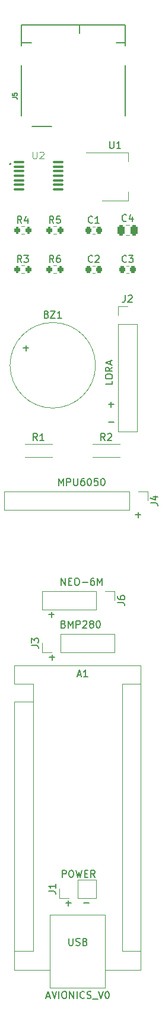
<source format=gto>
G04 #@! TF.GenerationSoftware,KiCad,Pcbnew,7.0.10-7.0.10~ubuntu22.04.1*
G04 #@! TF.CreationDate,2024-01-30T11:00:35+01:00*
G04 #@! TF.ProjectId,rocketry_circuit,726f636b-6574-4727-995f-636972637569,rev?*
G04 #@! TF.SameCoordinates,Original*
G04 #@! TF.FileFunction,Legend,Top*
G04 #@! TF.FilePolarity,Positive*
%FSLAX46Y46*%
G04 Gerber Fmt 4.6, Leading zero omitted, Abs format (unit mm)*
G04 Created by KiCad (PCBNEW 7.0.10-7.0.10~ubuntu22.04.1) date 2024-01-30 11:00:35*
%MOMM*%
%LPD*%
G01*
G04 APERTURE LIST*
G04 Aperture macros list*
%AMRoundRect*
0 Rectangle with rounded corners*
0 $1 Rounding radius*
0 $2 $3 $4 $5 $6 $7 $8 $9 X,Y pos of 4 corners*
0 Add a 4 corners polygon primitive as box body*
4,1,4,$2,$3,$4,$5,$6,$7,$8,$9,$2,$3,0*
0 Add four circle primitives for the rounded corners*
1,1,$1+$1,$2,$3*
1,1,$1+$1,$4,$5*
1,1,$1+$1,$6,$7*
1,1,$1+$1,$8,$9*
0 Add four rect primitives between the rounded corners*
20,1,$1+$1,$2,$3,$4,$5,0*
20,1,$1+$1,$4,$5,$6,$7,0*
20,1,$1+$1,$6,$7,$8,$9,0*
20,1,$1+$1,$8,$9,$2,$3,0*%
G04 Aperture macros list end*
%ADD10C,0.150000*%
%ADD11C,0.100000*%
%ADD12C,0.120000*%
%ADD13C,0.200000*%
%ADD14C,3.200000*%
%ADD15R,1.700000X1.700000*%
%ADD16O,1.700000X1.700000*%
%ADD17RoundRect,0.200000X-0.200000X-0.275000X0.200000X-0.275000X0.200000X0.275000X-0.200000X0.275000X0*%
%ADD18R,2.000000X1.500000*%
%ADD19R,2.000000X3.800000*%
%ADD20C,1.400000*%
%ADD21O,1.400000X1.400000*%
%ADD22RoundRect,0.250000X-0.250000X-0.475000X0.250000X-0.475000X0.250000X0.475000X-0.250000X0.475000X0*%
%ADD23RoundRect,0.075000X-0.700000X-0.075000X0.700000X-0.075000X0.700000X0.075000X-0.700000X0.075000X0*%
%ADD24RoundRect,0.225000X-0.225000X-0.250000X0.225000X-0.250000X0.225000X0.250000X-0.225000X0.250000X0*%
%ADD25C,0.900000*%
%ADD26R,0.700000X1.600000*%
%ADD27R,1.200000X2.200000*%
%ADD28R,1.600000X1.400000*%
%ADD29R,1.200000X1.400000*%
%ADD30R,2.000000X2.000000*%
%ADD31C,2.000000*%
%ADD32R,1.600000X1.600000*%
%ADD33O,1.600000X1.600000*%
G04 APERTURE END LIST*
D10*
X21962779Y-97411819D02*
X21962779Y-96411819D01*
X21962779Y-96411819D02*
X22534207Y-97411819D01*
X22534207Y-97411819D02*
X22534207Y-96411819D01*
X23010398Y-96888009D02*
X23343731Y-96888009D01*
X23486588Y-97411819D02*
X23010398Y-97411819D01*
X23010398Y-97411819D02*
X23010398Y-96411819D01*
X23010398Y-96411819D02*
X23486588Y-96411819D01*
X24105636Y-96411819D02*
X24296112Y-96411819D01*
X24296112Y-96411819D02*
X24391350Y-96459438D01*
X24391350Y-96459438D02*
X24486588Y-96554676D01*
X24486588Y-96554676D02*
X24534207Y-96745152D01*
X24534207Y-96745152D02*
X24534207Y-97078485D01*
X24534207Y-97078485D02*
X24486588Y-97268961D01*
X24486588Y-97268961D02*
X24391350Y-97364200D01*
X24391350Y-97364200D02*
X24296112Y-97411819D01*
X24296112Y-97411819D02*
X24105636Y-97411819D01*
X24105636Y-97411819D02*
X24010398Y-97364200D01*
X24010398Y-97364200D02*
X23915160Y-97268961D01*
X23915160Y-97268961D02*
X23867541Y-97078485D01*
X23867541Y-97078485D02*
X23867541Y-96745152D01*
X23867541Y-96745152D02*
X23915160Y-96554676D01*
X23915160Y-96554676D02*
X24010398Y-96459438D01*
X24010398Y-96459438D02*
X24105636Y-96411819D01*
X24962779Y-97030866D02*
X25724684Y-97030866D01*
X26629445Y-96411819D02*
X26438969Y-96411819D01*
X26438969Y-96411819D02*
X26343731Y-96459438D01*
X26343731Y-96459438D02*
X26296112Y-96507057D01*
X26296112Y-96507057D02*
X26200874Y-96649914D01*
X26200874Y-96649914D02*
X26153255Y-96840390D01*
X26153255Y-96840390D02*
X26153255Y-97221342D01*
X26153255Y-97221342D02*
X26200874Y-97316580D01*
X26200874Y-97316580D02*
X26248493Y-97364200D01*
X26248493Y-97364200D02*
X26343731Y-97411819D01*
X26343731Y-97411819D02*
X26534207Y-97411819D01*
X26534207Y-97411819D02*
X26629445Y-97364200D01*
X26629445Y-97364200D02*
X26677064Y-97316580D01*
X26677064Y-97316580D02*
X26724683Y-97221342D01*
X26724683Y-97221342D02*
X26724683Y-96983247D01*
X26724683Y-96983247D02*
X26677064Y-96888009D01*
X26677064Y-96888009D02*
X26629445Y-96840390D01*
X26629445Y-96840390D02*
X26534207Y-96792771D01*
X26534207Y-96792771D02*
X26343731Y-96792771D01*
X26343731Y-96792771D02*
X26248493Y-96840390D01*
X26248493Y-96840390D02*
X26200874Y-96888009D01*
X26200874Y-96888009D02*
X26153255Y-96983247D01*
X27153255Y-97411819D02*
X27153255Y-96411819D01*
X27153255Y-96411819D02*
X27486588Y-97126104D01*
X27486588Y-97126104D02*
X27819921Y-96411819D01*
X27819921Y-96411819D02*
X27819921Y-97411819D01*
X20256779Y-107698866D02*
X21018684Y-107698866D01*
X20637731Y-108079819D02*
X20637731Y-107317914D01*
X22616779Y-142759066D02*
X23378684Y-142759066D01*
X22997731Y-143140019D02*
X22997731Y-142378114D01*
X19879160Y-156074104D02*
X20355350Y-156074104D01*
X19783922Y-156359819D02*
X20117255Y-155359819D01*
X20117255Y-155359819D02*
X20450588Y-156359819D01*
X20641065Y-155359819D02*
X20974398Y-156359819D01*
X20974398Y-156359819D02*
X21307731Y-155359819D01*
X21641065Y-156359819D02*
X21641065Y-155359819D01*
X22307731Y-155359819D02*
X22498207Y-155359819D01*
X22498207Y-155359819D02*
X22593445Y-155407438D01*
X22593445Y-155407438D02*
X22688683Y-155502676D01*
X22688683Y-155502676D02*
X22736302Y-155693152D01*
X22736302Y-155693152D02*
X22736302Y-156026485D01*
X22736302Y-156026485D02*
X22688683Y-156216961D01*
X22688683Y-156216961D02*
X22593445Y-156312200D01*
X22593445Y-156312200D02*
X22498207Y-156359819D01*
X22498207Y-156359819D02*
X22307731Y-156359819D01*
X22307731Y-156359819D02*
X22212493Y-156312200D01*
X22212493Y-156312200D02*
X22117255Y-156216961D01*
X22117255Y-156216961D02*
X22069636Y-156026485D01*
X22069636Y-156026485D02*
X22069636Y-155693152D01*
X22069636Y-155693152D02*
X22117255Y-155502676D01*
X22117255Y-155502676D02*
X22212493Y-155407438D01*
X22212493Y-155407438D02*
X22307731Y-155359819D01*
X23164874Y-156359819D02*
X23164874Y-155359819D01*
X23164874Y-155359819D02*
X23736302Y-156359819D01*
X23736302Y-156359819D02*
X23736302Y-155359819D01*
X24212493Y-156359819D02*
X24212493Y-155359819D01*
X25260111Y-156264580D02*
X25212492Y-156312200D01*
X25212492Y-156312200D02*
X25069635Y-156359819D01*
X25069635Y-156359819D02*
X24974397Y-156359819D01*
X24974397Y-156359819D02*
X24831540Y-156312200D01*
X24831540Y-156312200D02*
X24736302Y-156216961D01*
X24736302Y-156216961D02*
X24688683Y-156121723D01*
X24688683Y-156121723D02*
X24641064Y-155931247D01*
X24641064Y-155931247D02*
X24641064Y-155788390D01*
X24641064Y-155788390D02*
X24688683Y-155597914D01*
X24688683Y-155597914D02*
X24736302Y-155502676D01*
X24736302Y-155502676D02*
X24831540Y-155407438D01*
X24831540Y-155407438D02*
X24974397Y-155359819D01*
X24974397Y-155359819D02*
X25069635Y-155359819D01*
X25069635Y-155359819D02*
X25212492Y-155407438D01*
X25212492Y-155407438D02*
X25260111Y-155455057D01*
X25641064Y-156312200D02*
X25783921Y-156359819D01*
X25783921Y-156359819D02*
X26022016Y-156359819D01*
X26022016Y-156359819D02*
X26117254Y-156312200D01*
X26117254Y-156312200D02*
X26164873Y-156264580D01*
X26164873Y-156264580D02*
X26212492Y-156169342D01*
X26212492Y-156169342D02*
X26212492Y-156074104D01*
X26212492Y-156074104D02*
X26164873Y-155978866D01*
X26164873Y-155978866D02*
X26117254Y-155931247D01*
X26117254Y-155931247D02*
X26022016Y-155883628D01*
X26022016Y-155883628D02*
X25831540Y-155836009D01*
X25831540Y-155836009D02*
X25736302Y-155788390D01*
X25736302Y-155788390D02*
X25688683Y-155740771D01*
X25688683Y-155740771D02*
X25641064Y-155645533D01*
X25641064Y-155645533D02*
X25641064Y-155550295D01*
X25641064Y-155550295D02*
X25688683Y-155455057D01*
X25688683Y-155455057D02*
X25736302Y-155407438D01*
X25736302Y-155407438D02*
X25831540Y-155359819D01*
X25831540Y-155359819D02*
X26069635Y-155359819D01*
X26069635Y-155359819D02*
X26212492Y-155407438D01*
X26402969Y-156455057D02*
X27164873Y-156455057D01*
X27260112Y-155359819D02*
X27593445Y-156359819D01*
X27593445Y-156359819D02*
X27926778Y-155359819D01*
X28450588Y-155359819D02*
X28545826Y-155359819D01*
X28545826Y-155359819D02*
X28641064Y-155407438D01*
X28641064Y-155407438D02*
X28688683Y-155455057D01*
X28688683Y-155455057D02*
X28736302Y-155550295D01*
X28736302Y-155550295D02*
X28783921Y-155740771D01*
X28783921Y-155740771D02*
X28783921Y-155978866D01*
X28783921Y-155978866D02*
X28736302Y-156169342D01*
X28736302Y-156169342D02*
X28688683Y-156264580D01*
X28688683Y-156264580D02*
X28641064Y-156312200D01*
X28641064Y-156312200D02*
X28545826Y-156359819D01*
X28545826Y-156359819D02*
X28450588Y-156359819D01*
X28450588Y-156359819D02*
X28355350Y-156312200D01*
X28355350Y-156312200D02*
X28307731Y-156264580D01*
X28307731Y-156264580D02*
X28260112Y-156169342D01*
X28260112Y-156169342D02*
X28212493Y-155978866D01*
X28212493Y-155978866D02*
X28212493Y-155740771D01*
X28212493Y-155740771D02*
X28260112Y-155550295D01*
X28260112Y-155550295D02*
X28307731Y-155455057D01*
X28307731Y-155455057D02*
X28355350Y-155407438D01*
X28355350Y-155407438D02*
X28450588Y-155359819D01*
X32546779Y-87398866D02*
X33308684Y-87398866D01*
X32927731Y-87779819D02*
X32927731Y-87017914D01*
X20196779Y-101618866D02*
X20958684Y-101618866D01*
X20577731Y-101999819D02*
X20577731Y-101237914D01*
X28712779Y-74179066D02*
X29474684Y-74179066D01*
X28712779Y-71639066D02*
X29474684Y-71639066D01*
X29093731Y-72020019D02*
X29093731Y-71258114D01*
X22108779Y-139076019D02*
X22108779Y-138076019D01*
X22108779Y-138076019D02*
X22489731Y-138076019D01*
X22489731Y-138076019D02*
X22584969Y-138123638D01*
X22584969Y-138123638D02*
X22632588Y-138171257D01*
X22632588Y-138171257D02*
X22680207Y-138266495D01*
X22680207Y-138266495D02*
X22680207Y-138409352D01*
X22680207Y-138409352D02*
X22632588Y-138504590D01*
X22632588Y-138504590D02*
X22584969Y-138552209D01*
X22584969Y-138552209D02*
X22489731Y-138599828D01*
X22489731Y-138599828D02*
X22108779Y-138599828D01*
X23299255Y-138076019D02*
X23489731Y-138076019D01*
X23489731Y-138076019D02*
X23584969Y-138123638D01*
X23584969Y-138123638D02*
X23680207Y-138218876D01*
X23680207Y-138218876D02*
X23727826Y-138409352D01*
X23727826Y-138409352D02*
X23727826Y-138742685D01*
X23727826Y-138742685D02*
X23680207Y-138933161D01*
X23680207Y-138933161D02*
X23584969Y-139028400D01*
X23584969Y-139028400D02*
X23489731Y-139076019D01*
X23489731Y-139076019D02*
X23299255Y-139076019D01*
X23299255Y-139076019D02*
X23204017Y-139028400D01*
X23204017Y-139028400D02*
X23108779Y-138933161D01*
X23108779Y-138933161D02*
X23061160Y-138742685D01*
X23061160Y-138742685D02*
X23061160Y-138409352D01*
X23061160Y-138409352D02*
X23108779Y-138218876D01*
X23108779Y-138218876D02*
X23204017Y-138123638D01*
X23204017Y-138123638D02*
X23299255Y-138076019D01*
X24061160Y-138076019D02*
X24299255Y-139076019D01*
X24299255Y-139076019D02*
X24489731Y-138361733D01*
X24489731Y-138361733D02*
X24680207Y-139076019D01*
X24680207Y-139076019D02*
X24918303Y-138076019D01*
X25299255Y-138552209D02*
X25632588Y-138552209D01*
X25775445Y-139076019D02*
X25299255Y-139076019D01*
X25299255Y-139076019D02*
X25299255Y-138076019D01*
X25299255Y-138076019D02*
X25775445Y-138076019D01*
X26775445Y-139076019D02*
X26442112Y-138599828D01*
X26204017Y-139076019D02*
X26204017Y-138076019D01*
X26204017Y-138076019D02*
X26584969Y-138076019D01*
X26584969Y-138076019D02*
X26680207Y-138123638D01*
X26680207Y-138123638D02*
X26727826Y-138171257D01*
X26727826Y-138171257D02*
X26775445Y-138266495D01*
X26775445Y-138266495D02*
X26775445Y-138409352D01*
X26775445Y-138409352D02*
X26727826Y-138504590D01*
X26727826Y-138504590D02*
X26680207Y-138552209D01*
X26680207Y-138552209D02*
X26584969Y-138599828D01*
X26584969Y-138599828D02*
X26204017Y-138599828D01*
X22296112Y-102984009D02*
X22438969Y-103031628D01*
X22438969Y-103031628D02*
X22486588Y-103079247D01*
X22486588Y-103079247D02*
X22534207Y-103174485D01*
X22534207Y-103174485D02*
X22534207Y-103317342D01*
X22534207Y-103317342D02*
X22486588Y-103412580D01*
X22486588Y-103412580D02*
X22438969Y-103460200D01*
X22438969Y-103460200D02*
X22343731Y-103507819D01*
X22343731Y-103507819D02*
X21962779Y-103507819D01*
X21962779Y-103507819D02*
X21962779Y-102507819D01*
X21962779Y-102507819D02*
X22296112Y-102507819D01*
X22296112Y-102507819D02*
X22391350Y-102555438D01*
X22391350Y-102555438D02*
X22438969Y-102603057D01*
X22438969Y-102603057D02*
X22486588Y-102698295D01*
X22486588Y-102698295D02*
X22486588Y-102793533D01*
X22486588Y-102793533D02*
X22438969Y-102888771D01*
X22438969Y-102888771D02*
X22391350Y-102936390D01*
X22391350Y-102936390D02*
X22296112Y-102984009D01*
X22296112Y-102984009D02*
X21962779Y-102984009D01*
X22962779Y-103507819D02*
X22962779Y-102507819D01*
X22962779Y-102507819D02*
X23296112Y-103222104D01*
X23296112Y-103222104D02*
X23629445Y-102507819D01*
X23629445Y-102507819D02*
X23629445Y-103507819D01*
X24105636Y-103507819D02*
X24105636Y-102507819D01*
X24105636Y-102507819D02*
X24486588Y-102507819D01*
X24486588Y-102507819D02*
X24581826Y-102555438D01*
X24581826Y-102555438D02*
X24629445Y-102603057D01*
X24629445Y-102603057D02*
X24677064Y-102698295D01*
X24677064Y-102698295D02*
X24677064Y-102841152D01*
X24677064Y-102841152D02*
X24629445Y-102936390D01*
X24629445Y-102936390D02*
X24581826Y-102984009D01*
X24581826Y-102984009D02*
X24486588Y-103031628D01*
X24486588Y-103031628D02*
X24105636Y-103031628D01*
X25058017Y-102603057D02*
X25105636Y-102555438D01*
X25105636Y-102555438D02*
X25200874Y-102507819D01*
X25200874Y-102507819D02*
X25438969Y-102507819D01*
X25438969Y-102507819D02*
X25534207Y-102555438D01*
X25534207Y-102555438D02*
X25581826Y-102603057D01*
X25581826Y-102603057D02*
X25629445Y-102698295D01*
X25629445Y-102698295D02*
X25629445Y-102793533D01*
X25629445Y-102793533D02*
X25581826Y-102936390D01*
X25581826Y-102936390D02*
X25010398Y-103507819D01*
X25010398Y-103507819D02*
X25629445Y-103507819D01*
X26200874Y-102936390D02*
X26105636Y-102888771D01*
X26105636Y-102888771D02*
X26058017Y-102841152D01*
X26058017Y-102841152D02*
X26010398Y-102745914D01*
X26010398Y-102745914D02*
X26010398Y-102698295D01*
X26010398Y-102698295D02*
X26058017Y-102603057D01*
X26058017Y-102603057D02*
X26105636Y-102555438D01*
X26105636Y-102555438D02*
X26200874Y-102507819D01*
X26200874Y-102507819D02*
X26391350Y-102507819D01*
X26391350Y-102507819D02*
X26486588Y-102555438D01*
X26486588Y-102555438D02*
X26534207Y-102603057D01*
X26534207Y-102603057D02*
X26581826Y-102698295D01*
X26581826Y-102698295D02*
X26581826Y-102745914D01*
X26581826Y-102745914D02*
X26534207Y-102841152D01*
X26534207Y-102841152D02*
X26486588Y-102888771D01*
X26486588Y-102888771D02*
X26391350Y-102936390D01*
X26391350Y-102936390D02*
X26200874Y-102936390D01*
X26200874Y-102936390D02*
X26105636Y-102984009D01*
X26105636Y-102984009D02*
X26058017Y-103031628D01*
X26058017Y-103031628D02*
X26010398Y-103126866D01*
X26010398Y-103126866D02*
X26010398Y-103317342D01*
X26010398Y-103317342D02*
X26058017Y-103412580D01*
X26058017Y-103412580D02*
X26105636Y-103460200D01*
X26105636Y-103460200D02*
X26200874Y-103507819D01*
X26200874Y-103507819D02*
X26391350Y-103507819D01*
X26391350Y-103507819D02*
X26486588Y-103460200D01*
X26486588Y-103460200D02*
X26534207Y-103412580D01*
X26534207Y-103412580D02*
X26581826Y-103317342D01*
X26581826Y-103317342D02*
X26581826Y-103126866D01*
X26581826Y-103126866D02*
X26534207Y-103031628D01*
X26534207Y-103031628D02*
X26486588Y-102984009D01*
X26486588Y-102984009D02*
X26391350Y-102936390D01*
X27200874Y-102507819D02*
X27296112Y-102507819D01*
X27296112Y-102507819D02*
X27391350Y-102555438D01*
X27391350Y-102555438D02*
X27438969Y-102603057D01*
X27438969Y-102603057D02*
X27486588Y-102698295D01*
X27486588Y-102698295D02*
X27534207Y-102888771D01*
X27534207Y-102888771D02*
X27534207Y-103126866D01*
X27534207Y-103126866D02*
X27486588Y-103317342D01*
X27486588Y-103317342D02*
X27438969Y-103412580D01*
X27438969Y-103412580D02*
X27391350Y-103460200D01*
X27391350Y-103460200D02*
X27296112Y-103507819D01*
X27296112Y-103507819D02*
X27200874Y-103507819D01*
X27200874Y-103507819D02*
X27105636Y-103460200D01*
X27105636Y-103460200D02*
X27058017Y-103412580D01*
X27058017Y-103412580D02*
X27010398Y-103317342D01*
X27010398Y-103317342D02*
X26962779Y-103126866D01*
X26962779Y-103126866D02*
X26962779Y-102888771D01*
X26962779Y-102888771D02*
X27010398Y-102698295D01*
X27010398Y-102698295D02*
X27058017Y-102603057D01*
X27058017Y-102603057D02*
X27105636Y-102555438D01*
X27105636Y-102555438D02*
X27200874Y-102507819D01*
X29261819Y-68289230D02*
X29261819Y-68765420D01*
X29261819Y-68765420D02*
X28261819Y-68765420D01*
X28261819Y-67765420D02*
X28261819Y-67574944D01*
X28261819Y-67574944D02*
X28309438Y-67479706D01*
X28309438Y-67479706D02*
X28404676Y-67384468D01*
X28404676Y-67384468D02*
X28595152Y-67336849D01*
X28595152Y-67336849D02*
X28928485Y-67336849D01*
X28928485Y-67336849D02*
X29118961Y-67384468D01*
X29118961Y-67384468D02*
X29214200Y-67479706D01*
X29214200Y-67479706D02*
X29261819Y-67574944D01*
X29261819Y-67574944D02*
X29261819Y-67765420D01*
X29261819Y-67765420D02*
X29214200Y-67860658D01*
X29214200Y-67860658D02*
X29118961Y-67955896D01*
X29118961Y-67955896D02*
X28928485Y-68003515D01*
X28928485Y-68003515D02*
X28595152Y-68003515D01*
X28595152Y-68003515D02*
X28404676Y-67955896D01*
X28404676Y-67955896D02*
X28309438Y-67860658D01*
X28309438Y-67860658D02*
X28261819Y-67765420D01*
X29261819Y-66336849D02*
X28785628Y-66670182D01*
X29261819Y-66908277D02*
X28261819Y-66908277D01*
X28261819Y-66908277D02*
X28261819Y-66527325D01*
X28261819Y-66527325D02*
X28309438Y-66432087D01*
X28309438Y-66432087D02*
X28357057Y-66384468D01*
X28357057Y-66384468D02*
X28452295Y-66336849D01*
X28452295Y-66336849D02*
X28595152Y-66336849D01*
X28595152Y-66336849D02*
X28690390Y-66384468D01*
X28690390Y-66384468D02*
X28738009Y-66432087D01*
X28738009Y-66432087D02*
X28785628Y-66527325D01*
X28785628Y-66527325D02*
X28785628Y-66908277D01*
X28976104Y-65955896D02*
X28976104Y-65479706D01*
X29261819Y-66051134D02*
X28261819Y-65717801D01*
X28261819Y-65717801D02*
X29261819Y-65384468D01*
X21600779Y-83196019D02*
X21600779Y-82196019D01*
X21600779Y-82196019D02*
X21934112Y-82910304D01*
X21934112Y-82910304D02*
X22267445Y-82196019D01*
X22267445Y-82196019D02*
X22267445Y-83196019D01*
X22743636Y-83196019D02*
X22743636Y-82196019D01*
X22743636Y-82196019D02*
X23124588Y-82196019D01*
X23124588Y-82196019D02*
X23219826Y-82243638D01*
X23219826Y-82243638D02*
X23267445Y-82291257D01*
X23267445Y-82291257D02*
X23315064Y-82386495D01*
X23315064Y-82386495D02*
X23315064Y-82529352D01*
X23315064Y-82529352D02*
X23267445Y-82624590D01*
X23267445Y-82624590D02*
X23219826Y-82672209D01*
X23219826Y-82672209D02*
X23124588Y-82719828D01*
X23124588Y-82719828D02*
X22743636Y-82719828D01*
X23743636Y-82196019D02*
X23743636Y-83005542D01*
X23743636Y-83005542D02*
X23791255Y-83100780D01*
X23791255Y-83100780D02*
X23838874Y-83148400D01*
X23838874Y-83148400D02*
X23934112Y-83196019D01*
X23934112Y-83196019D02*
X24124588Y-83196019D01*
X24124588Y-83196019D02*
X24219826Y-83148400D01*
X24219826Y-83148400D02*
X24267445Y-83100780D01*
X24267445Y-83100780D02*
X24315064Y-83005542D01*
X24315064Y-83005542D02*
X24315064Y-82196019D01*
X25219826Y-82196019D02*
X25029350Y-82196019D01*
X25029350Y-82196019D02*
X24934112Y-82243638D01*
X24934112Y-82243638D02*
X24886493Y-82291257D01*
X24886493Y-82291257D02*
X24791255Y-82434114D01*
X24791255Y-82434114D02*
X24743636Y-82624590D01*
X24743636Y-82624590D02*
X24743636Y-83005542D01*
X24743636Y-83005542D02*
X24791255Y-83100780D01*
X24791255Y-83100780D02*
X24838874Y-83148400D01*
X24838874Y-83148400D02*
X24934112Y-83196019D01*
X24934112Y-83196019D02*
X25124588Y-83196019D01*
X25124588Y-83196019D02*
X25219826Y-83148400D01*
X25219826Y-83148400D02*
X25267445Y-83100780D01*
X25267445Y-83100780D02*
X25315064Y-83005542D01*
X25315064Y-83005542D02*
X25315064Y-82767447D01*
X25315064Y-82767447D02*
X25267445Y-82672209D01*
X25267445Y-82672209D02*
X25219826Y-82624590D01*
X25219826Y-82624590D02*
X25124588Y-82576971D01*
X25124588Y-82576971D02*
X24934112Y-82576971D01*
X24934112Y-82576971D02*
X24838874Y-82624590D01*
X24838874Y-82624590D02*
X24791255Y-82672209D01*
X24791255Y-82672209D02*
X24743636Y-82767447D01*
X25934112Y-82196019D02*
X26029350Y-82196019D01*
X26029350Y-82196019D02*
X26124588Y-82243638D01*
X26124588Y-82243638D02*
X26172207Y-82291257D01*
X26172207Y-82291257D02*
X26219826Y-82386495D01*
X26219826Y-82386495D02*
X26267445Y-82576971D01*
X26267445Y-82576971D02*
X26267445Y-82815066D01*
X26267445Y-82815066D02*
X26219826Y-83005542D01*
X26219826Y-83005542D02*
X26172207Y-83100780D01*
X26172207Y-83100780D02*
X26124588Y-83148400D01*
X26124588Y-83148400D02*
X26029350Y-83196019D01*
X26029350Y-83196019D02*
X25934112Y-83196019D01*
X25934112Y-83196019D02*
X25838874Y-83148400D01*
X25838874Y-83148400D02*
X25791255Y-83100780D01*
X25791255Y-83100780D02*
X25743636Y-83005542D01*
X25743636Y-83005542D02*
X25696017Y-82815066D01*
X25696017Y-82815066D02*
X25696017Y-82576971D01*
X25696017Y-82576971D02*
X25743636Y-82386495D01*
X25743636Y-82386495D02*
X25791255Y-82291257D01*
X25791255Y-82291257D02*
X25838874Y-82243638D01*
X25838874Y-82243638D02*
X25934112Y-82196019D01*
X27172207Y-82196019D02*
X26696017Y-82196019D01*
X26696017Y-82196019D02*
X26648398Y-82672209D01*
X26648398Y-82672209D02*
X26696017Y-82624590D01*
X26696017Y-82624590D02*
X26791255Y-82576971D01*
X26791255Y-82576971D02*
X27029350Y-82576971D01*
X27029350Y-82576971D02*
X27124588Y-82624590D01*
X27124588Y-82624590D02*
X27172207Y-82672209D01*
X27172207Y-82672209D02*
X27219826Y-82767447D01*
X27219826Y-82767447D02*
X27219826Y-83005542D01*
X27219826Y-83005542D02*
X27172207Y-83100780D01*
X27172207Y-83100780D02*
X27124588Y-83148400D01*
X27124588Y-83148400D02*
X27029350Y-83196019D01*
X27029350Y-83196019D02*
X26791255Y-83196019D01*
X26791255Y-83196019D02*
X26696017Y-83148400D01*
X26696017Y-83148400D02*
X26648398Y-83100780D01*
X27838874Y-82196019D02*
X27934112Y-82196019D01*
X27934112Y-82196019D02*
X28029350Y-82243638D01*
X28029350Y-82243638D02*
X28076969Y-82291257D01*
X28076969Y-82291257D02*
X28124588Y-82386495D01*
X28124588Y-82386495D02*
X28172207Y-82576971D01*
X28172207Y-82576971D02*
X28172207Y-82815066D01*
X28172207Y-82815066D02*
X28124588Y-83005542D01*
X28124588Y-83005542D02*
X28076969Y-83100780D01*
X28076969Y-83100780D02*
X28029350Y-83148400D01*
X28029350Y-83148400D02*
X27934112Y-83196019D01*
X27934112Y-83196019D02*
X27838874Y-83196019D01*
X27838874Y-83196019D02*
X27743636Y-83148400D01*
X27743636Y-83148400D02*
X27696017Y-83100780D01*
X27696017Y-83100780D02*
X27648398Y-83005542D01*
X27648398Y-83005542D02*
X27600779Y-82815066D01*
X27600779Y-82815066D02*
X27600779Y-82576971D01*
X27600779Y-82576971D02*
X27648398Y-82386495D01*
X27648398Y-82386495D02*
X27696017Y-82291257D01*
X27696017Y-82291257D02*
X27743636Y-82243638D01*
X27743636Y-82243638D02*
X27838874Y-82196019D01*
X25156779Y-142759066D02*
X25918684Y-142759066D01*
X20161819Y-141063533D02*
X20876104Y-141063533D01*
X20876104Y-141063533D02*
X21018961Y-141111152D01*
X21018961Y-141111152D02*
X21114200Y-141206390D01*
X21114200Y-141206390D02*
X21161819Y-141349247D01*
X21161819Y-141349247D02*
X21161819Y-141444485D01*
X21161819Y-140063533D02*
X21161819Y-140634961D01*
X21161819Y-140349247D02*
X20161819Y-140349247D01*
X20161819Y-140349247D02*
X20304676Y-140444485D01*
X20304676Y-140444485D02*
X20399914Y-140539723D01*
X20399914Y-140539723D02*
X20447533Y-140634961D01*
X16314333Y-45794819D02*
X15981000Y-45318628D01*
X15742905Y-45794819D02*
X15742905Y-44794819D01*
X15742905Y-44794819D02*
X16123857Y-44794819D01*
X16123857Y-44794819D02*
X16219095Y-44842438D01*
X16219095Y-44842438D02*
X16266714Y-44890057D01*
X16266714Y-44890057D02*
X16314333Y-44985295D01*
X16314333Y-44985295D02*
X16314333Y-45128152D01*
X16314333Y-45128152D02*
X16266714Y-45223390D01*
X16266714Y-45223390D02*
X16219095Y-45271009D01*
X16219095Y-45271009D02*
X16123857Y-45318628D01*
X16123857Y-45318628D02*
X15742905Y-45318628D01*
X17171476Y-45128152D02*
X17171476Y-45794819D01*
X16933381Y-44747200D02*
X16695286Y-45461485D01*
X16695286Y-45461485D02*
X17314333Y-45461485D01*
X28878095Y-34104819D02*
X28878095Y-34914342D01*
X28878095Y-34914342D02*
X28925714Y-35009580D01*
X28925714Y-35009580D02*
X28973333Y-35057200D01*
X28973333Y-35057200D02*
X29068571Y-35104819D01*
X29068571Y-35104819D02*
X29259047Y-35104819D01*
X29259047Y-35104819D02*
X29354285Y-35057200D01*
X29354285Y-35057200D02*
X29401904Y-35009580D01*
X29401904Y-35009580D02*
X29449523Y-34914342D01*
X29449523Y-34914342D02*
X29449523Y-34104819D01*
X30449523Y-35104819D02*
X29878095Y-35104819D01*
X30163809Y-35104819D02*
X30163809Y-34104819D01*
X30163809Y-34104819D02*
X30068571Y-34247676D01*
X30068571Y-34247676D02*
X29973333Y-34342914D01*
X29973333Y-34342914D02*
X29878095Y-34390533D01*
X18557333Y-76781019D02*
X18224000Y-76304828D01*
X17985905Y-76781019D02*
X17985905Y-75781019D01*
X17985905Y-75781019D02*
X18366857Y-75781019D01*
X18366857Y-75781019D02*
X18462095Y-75828638D01*
X18462095Y-75828638D02*
X18509714Y-75876257D01*
X18509714Y-75876257D02*
X18557333Y-75971495D01*
X18557333Y-75971495D02*
X18557333Y-76114352D01*
X18557333Y-76114352D02*
X18509714Y-76209590D01*
X18509714Y-76209590D02*
X18462095Y-76257209D01*
X18462095Y-76257209D02*
X18366857Y-76304828D01*
X18366857Y-76304828D02*
X17985905Y-76304828D01*
X19509714Y-76781019D02*
X18938286Y-76781019D01*
X19224000Y-76781019D02*
X19224000Y-75781019D01*
X19224000Y-75781019D02*
X19128762Y-75923876D01*
X19128762Y-75923876D02*
X19033524Y-76019114D01*
X19033524Y-76019114D02*
X18938286Y-76066733D01*
X17734819Y-106003333D02*
X18449104Y-106003333D01*
X18449104Y-106003333D02*
X18591961Y-106050952D01*
X18591961Y-106050952D02*
X18687200Y-106146190D01*
X18687200Y-106146190D02*
X18734819Y-106289047D01*
X18734819Y-106289047D02*
X18734819Y-106384285D01*
X17734819Y-105622380D02*
X17734819Y-105003333D01*
X17734819Y-105003333D02*
X18115771Y-105336666D01*
X18115771Y-105336666D02*
X18115771Y-105193809D01*
X18115771Y-105193809D02*
X18163390Y-105098571D01*
X18163390Y-105098571D02*
X18211009Y-105050952D01*
X18211009Y-105050952D02*
X18306247Y-105003333D01*
X18306247Y-105003333D02*
X18544342Y-105003333D01*
X18544342Y-105003333D02*
X18639580Y-105050952D01*
X18639580Y-105050952D02*
X18687200Y-105098571D01*
X18687200Y-105098571D02*
X18734819Y-105193809D01*
X18734819Y-105193809D02*
X18734819Y-105479523D01*
X18734819Y-105479523D02*
X18687200Y-105574761D01*
X18687200Y-105574761D02*
X18639580Y-105622380D01*
X31264333Y-45449580D02*
X31216714Y-45497200D01*
X31216714Y-45497200D02*
X31073857Y-45544819D01*
X31073857Y-45544819D02*
X30978619Y-45544819D01*
X30978619Y-45544819D02*
X30835762Y-45497200D01*
X30835762Y-45497200D02*
X30740524Y-45401961D01*
X30740524Y-45401961D02*
X30692905Y-45306723D01*
X30692905Y-45306723D02*
X30645286Y-45116247D01*
X30645286Y-45116247D02*
X30645286Y-44973390D01*
X30645286Y-44973390D02*
X30692905Y-44782914D01*
X30692905Y-44782914D02*
X30740524Y-44687676D01*
X30740524Y-44687676D02*
X30835762Y-44592438D01*
X30835762Y-44592438D02*
X30978619Y-44544819D01*
X30978619Y-44544819D02*
X31073857Y-44544819D01*
X31073857Y-44544819D02*
X31216714Y-44592438D01*
X31216714Y-44592438D02*
X31264333Y-44640057D01*
X32121476Y-44878152D02*
X32121476Y-45544819D01*
X31883381Y-44497200D02*
X31645286Y-45211485D01*
X31645286Y-45211485D02*
X32264333Y-45211485D01*
D11*
X17893295Y-35601019D02*
X17893295Y-36410542D01*
X17893295Y-36410542D02*
X17940914Y-36505780D01*
X17940914Y-36505780D02*
X17988533Y-36553400D01*
X17988533Y-36553400D02*
X18083771Y-36601019D01*
X18083771Y-36601019D02*
X18274247Y-36601019D01*
X18274247Y-36601019D02*
X18369485Y-36553400D01*
X18369485Y-36553400D02*
X18417104Y-36505780D01*
X18417104Y-36505780D02*
X18464723Y-36410542D01*
X18464723Y-36410542D02*
X18464723Y-35601019D01*
X18893295Y-35696257D02*
X18940914Y-35648638D01*
X18940914Y-35648638D02*
X19036152Y-35601019D01*
X19036152Y-35601019D02*
X19274247Y-35601019D01*
X19274247Y-35601019D02*
X19369485Y-35648638D01*
X19369485Y-35648638D02*
X19417104Y-35696257D01*
X19417104Y-35696257D02*
X19464723Y-35791495D01*
X19464723Y-35791495D02*
X19464723Y-35886733D01*
X19464723Y-35886733D02*
X19417104Y-36029590D01*
X19417104Y-36029590D02*
X18845676Y-36601019D01*
X18845676Y-36601019D02*
X19464723Y-36601019D01*
D10*
X26425333Y-45699580D02*
X26377714Y-45747200D01*
X26377714Y-45747200D02*
X26234857Y-45794819D01*
X26234857Y-45794819D02*
X26139619Y-45794819D01*
X26139619Y-45794819D02*
X25996762Y-45747200D01*
X25996762Y-45747200D02*
X25901524Y-45651961D01*
X25901524Y-45651961D02*
X25853905Y-45556723D01*
X25853905Y-45556723D02*
X25806286Y-45366247D01*
X25806286Y-45366247D02*
X25806286Y-45223390D01*
X25806286Y-45223390D02*
X25853905Y-45032914D01*
X25853905Y-45032914D02*
X25901524Y-44937676D01*
X25901524Y-44937676D02*
X25996762Y-44842438D01*
X25996762Y-44842438D02*
X26139619Y-44794819D01*
X26139619Y-44794819D02*
X26234857Y-44794819D01*
X26234857Y-44794819D02*
X26377714Y-44842438D01*
X26377714Y-44842438D02*
X26425333Y-44890057D01*
X27377714Y-45794819D02*
X26806286Y-45794819D01*
X27092000Y-45794819D02*
X27092000Y-44794819D01*
X27092000Y-44794819D02*
X26996762Y-44937676D01*
X26996762Y-44937676D02*
X26901524Y-45032914D01*
X26901524Y-45032914D02*
X26806286Y-45080533D01*
X15012844Y-27854487D02*
X15469987Y-27854487D01*
X15469987Y-27854487D02*
X15561415Y-27884964D01*
X15561415Y-27884964D02*
X15622368Y-27945916D01*
X15622368Y-27945916D02*
X15652844Y-28037345D01*
X15652844Y-28037345D02*
X15652844Y-28098297D01*
X15012844Y-27244964D02*
X15012844Y-27549726D01*
X15012844Y-27549726D02*
X15317606Y-27580202D01*
X15317606Y-27580202D02*
X15287129Y-27549726D01*
X15287129Y-27549726D02*
X15256653Y-27488773D01*
X15256653Y-27488773D02*
X15256653Y-27336392D01*
X15256653Y-27336392D02*
X15287129Y-27275440D01*
X15287129Y-27275440D02*
X15317606Y-27244964D01*
X15317606Y-27244964D02*
X15378558Y-27214487D01*
X15378558Y-27214487D02*
X15530939Y-27214487D01*
X15530939Y-27214487D02*
X15591891Y-27244964D01*
X15591891Y-27244964D02*
X15622368Y-27275440D01*
X15622368Y-27275440D02*
X15652844Y-27336392D01*
X15652844Y-27336392D02*
X15652844Y-27488773D01*
X15652844Y-27488773D02*
X15622368Y-27549726D01*
X15622368Y-27549726D02*
X15591891Y-27580202D01*
X31264333Y-51287580D02*
X31216714Y-51335200D01*
X31216714Y-51335200D02*
X31073857Y-51382819D01*
X31073857Y-51382819D02*
X30978619Y-51382819D01*
X30978619Y-51382819D02*
X30835762Y-51335200D01*
X30835762Y-51335200D02*
X30740524Y-51239961D01*
X30740524Y-51239961D02*
X30692905Y-51144723D01*
X30692905Y-51144723D02*
X30645286Y-50954247D01*
X30645286Y-50954247D02*
X30645286Y-50811390D01*
X30645286Y-50811390D02*
X30692905Y-50620914D01*
X30692905Y-50620914D02*
X30740524Y-50525676D01*
X30740524Y-50525676D02*
X30835762Y-50430438D01*
X30835762Y-50430438D02*
X30978619Y-50382819D01*
X30978619Y-50382819D02*
X31073857Y-50382819D01*
X31073857Y-50382819D02*
X31216714Y-50430438D01*
X31216714Y-50430438D02*
X31264333Y-50478057D01*
X31597667Y-50382819D02*
X32216714Y-50382819D01*
X32216714Y-50382819D02*
X31883381Y-50763771D01*
X31883381Y-50763771D02*
X32026238Y-50763771D01*
X32026238Y-50763771D02*
X32121476Y-50811390D01*
X32121476Y-50811390D02*
X32169095Y-50859009D01*
X32169095Y-50859009D02*
X32216714Y-50954247D01*
X32216714Y-50954247D02*
X32216714Y-51192342D01*
X32216714Y-51192342D02*
X32169095Y-51287580D01*
X32169095Y-51287580D02*
X32121476Y-51335200D01*
X32121476Y-51335200D02*
X32026238Y-51382819D01*
X32026238Y-51382819D02*
X31740524Y-51382819D01*
X31740524Y-51382819D02*
X31645286Y-51335200D01*
X31645286Y-51335200D02*
X31597667Y-51287580D01*
X20886333Y-45794819D02*
X20553000Y-45318628D01*
X20314905Y-45794819D02*
X20314905Y-44794819D01*
X20314905Y-44794819D02*
X20695857Y-44794819D01*
X20695857Y-44794819D02*
X20791095Y-44842438D01*
X20791095Y-44842438D02*
X20838714Y-44890057D01*
X20838714Y-44890057D02*
X20886333Y-44985295D01*
X20886333Y-44985295D02*
X20886333Y-45128152D01*
X20886333Y-45128152D02*
X20838714Y-45223390D01*
X20838714Y-45223390D02*
X20791095Y-45271009D01*
X20791095Y-45271009D02*
X20695857Y-45318628D01*
X20695857Y-45318628D02*
X20314905Y-45318628D01*
X21791095Y-44794819D02*
X21314905Y-44794819D01*
X21314905Y-44794819D02*
X21267286Y-45271009D01*
X21267286Y-45271009D02*
X21314905Y-45223390D01*
X21314905Y-45223390D02*
X21410143Y-45175771D01*
X21410143Y-45175771D02*
X21648238Y-45175771D01*
X21648238Y-45175771D02*
X21743476Y-45223390D01*
X21743476Y-45223390D02*
X21791095Y-45271009D01*
X21791095Y-45271009D02*
X21838714Y-45366247D01*
X21838714Y-45366247D02*
X21838714Y-45604342D01*
X21838714Y-45604342D02*
X21791095Y-45699580D01*
X21791095Y-45699580D02*
X21743476Y-45747200D01*
X21743476Y-45747200D02*
X21648238Y-45794819D01*
X21648238Y-45794819D02*
X21410143Y-45794819D01*
X21410143Y-45794819D02*
X21314905Y-45747200D01*
X21314905Y-45747200D02*
X21267286Y-45699580D01*
X16314333Y-51382819D02*
X15981000Y-50906628D01*
X15742905Y-51382819D02*
X15742905Y-50382819D01*
X15742905Y-50382819D02*
X16123857Y-50382819D01*
X16123857Y-50382819D02*
X16219095Y-50430438D01*
X16219095Y-50430438D02*
X16266714Y-50478057D01*
X16266714Y-50478057D02*
X16314333Y-50573295D01*
X16314333Y-50573295D02*
X16314333Y-50716152D01*
X16314333Y-50716152D02*
X16266714Y-50811390D01*
X16266714Y-50811390D02*
X16219095Y-50859009D01*
X16219095Y-50859009D02*
X16123857Y-50906628D01*
X16123857Y-50906628D02*
X15742905Y-50906628D01*
X16647667Y-50382819D02*
X17266714Y-50382819D01*
X17266714Y-50382819D02*
X16933381Y-50763771D01*
X16933381Y-50763771D02*
X17076238Y-50763771D01*
X17076238Y-50763771D02*
X17171476Y-50811390D01*
X17171476Y-50811390D02*
X17219095Y-50859009D01*
X17219095Y-50859009D02*
X17266714Y-50954247D01*
X17266714Y-50954247D02*
X17266714Y-51192342D01*
X17266714Y-51192342D02*
X17219095Y-51287580D01*
X17219095Y-51287580D02*
X17171476Y-51335200D01*
X17171476Y-51335200D02*
X17076238Y-51382819D01*
X17076238Y-51382819D02*
X16790524Y-51382819D01*
X16790524Y-51382819D02*
X16695286Y-51335200D01*
X16695286Y-51335200D02*
X16647667Y-51287580D01*
X19875047Y-58785209D02*
X20017904Y-58832828D01*
X20017904Y-58832828D02*
X20065523Y-58880447D01*
X20065523Y-58880447D02*
X20113142Y-58975685D01*
X20113142Y-58975685D02*
X20113142Y-59118542D01*
X20113142Y-59118542D02*
X20065523Y-59213780D01*
X20065523Y-59213780D02*
X20017904Y-59261400D01*
X20017904Y-59261400D02*
X19922666Y-59309019D01*
X19922666Y-59309019D02*
X19541714Y-59309019D01*
X19541714Y-59309019D02*
X19541714Y-58309019D01*
X19541714Y-58309019D02*
X19875047Y-58309019D01*
X19875047Y-58309019D02*
X19970285Y-58356638D01*
X19970285Y-58356638D02*
X20017904Y-58404257D01*
X20017904Y-58404257D02*
X20065523Y-58499495D01*
X20065523Y-58499495D02*
X20065523Y-58594733D01*
X20065523Y-58594733D02*
X20017904Y-58689971D01*
X20017904Y-58689971D02*
X19970285Y-58737590D01*
X19970285Y-58737590D02*
X19875047Y-58785209D01*
X19875047Y-58785209D02*
X19541714Y-58785209D01*
X20446476Y-58309019D02*
X21113142Y-58309019D01*
X21113142Y-58309019D02*
X20446476Y-59309019D01*
X20446476Y-59309019D02*
X21113142Y-59309019D01*
X22017904Y-59309019D02*
X21446476Y-59309019D01*
X21732190Y-59309019D02*
X21732190Y-58309019D01*
X21732190Y-58309019D02*
X21636952Y-58451876D01*
X21636952Y-58451876D02*
X21541714Y-58547114D01*
X21541714Y-58547114D02*
X21446476Y-58594733D01*
X16565048Y-63588066D02*
X17326953Y-63588066D01*
X16946000Y-63969019D02*
X16946000Y-63207114D01*
X28209333Y-76781019D02*
X27876000Y-76304828D01*
X27637905Y-76781019D02*
X27637905Y-75781019D01*
X27637905Y-75781019D02*
X28018857Y-75781019D01*
X28018857Y-75781019D02*
X28114095Y-75828638D01*
X28114095Y-75828638D02*
X28161714Y-75876257D01*
X28161714Y-75876257D02*
X28209333Y-75971495D01*
X28209333Y-75971495D02*
X28209333Y-76114352D01*
X28209333Y-76114352D02*
X28161714Y-76209590D01*
X28161714Y-76209590D02*
X28114095Y-76257209D01*
X28114095Y-76257209D02*
X28018857Y-76304828D01*
X28018857Y-76304828D02*
X27637905Y-76304828D01*
X28590286Y-75876257D02*
X28637905Y-75828638D01*
X28637905Y-75828638D02*
X28733143Y-75781019D01*
X28733143Y-75781019D02*
X28971238Y-75781019D01*
X28971238Y-75781019D02*
X29066476Y-75828638D01*
X29066476Y-75828638D02*
X29114095Y-75876257D01*
X29114095Y-75876257D02*
X29161714Y-75971495D01*
X29161714Y-75971495D02*
X29161714Y-76066733D01*
X29161714Y-76066733D02*
X29114095Y-76209590D01*
X29114095Y-76209590D02*
X28542667Y-76781019D01*
X28542667Y-76781019D02*
X29161714Y-76781019D01*
X30014819Y-99907333D02*
X30729104Y-99907333D01*
X30729104Y-99907333D02*
X30871961Y-99954952D01*
X30871961Y-99954952D02*
X30967200Y-100050190D01*
X30967200Y-100050190D02*
X31014819Y-100193047D01*
X31014819Y-100193047D02*
X31014819Y-100288285D01*
X30014819Y-99002571D02*
X30014819Y-99193047D01*
X30014819Y-99193047D02*
X30062438Y-99288285D01*
X30062438Y-99288285D02*
X30110057Y-99335904D01*
X30110057Y-99335904D02*
X30252914Y-99431142D01*
X30252914Y-99431142D02*
X30443390Y-99478761D01*
X30443390Y-99478761D02*
X30824342Y-99478761D01*
X30824342Y-99478761D02*
X30919580Y-99431142D01*
X30919580Y-99431142D02*
X30967200Y-99383523D01*
X30967200Y-99383523D02*
X31014819Y-99288285D01*
X31014819Y-99288285D02*
X31014819Y-99097809D01*
X31014819Y-99097809D02*
X30967200Y-99002571D01*
X30967200Y-99002571D02*
X30919580Y-98954952D01*
X30919580Y-98954952D02*
X30824342Y-98907333D01*
X30824342Y-98907333D02*
X30586247Y-98907333D01*
X30586247Y-98907333D02*
X30491009Y-98954952D01*
X30491009Y-98954952D02*
X30443390Y-99002571D01*
X30443390Y-99002571D02*
X30395771Y-99097809D01*
X30395771Y-99097809D02*
X30395771Y-99288285D01*
X30395771Y-99288285D02*
X30443390Y-99383523D01*
X30443390Y-99383523D02*
X30491009Y-99431142D01*
X30491009Y-99431142D02*
X30586247Y-99478761D01*
X26425333Y-51287580D02*
X26377714Y-51335200D01*
X26377714Y-51335200D02*
X26234857Y-51382819D01*
X26234857Y-51382819D02*
X26139619Y-51382819D01*
X26139619Y-51382819D02*
X25996762Y-51335200D01*
X25996762Y-51335200D02*
X25901524Y-51239961D01*
X25901524Y-51239961D02*
X25853905Y-51144723D01*
X25853905Y-51144723D02*
X25806286Y-50954247D01*
X25806286Y-50954247D02*
X25806286Y-50811390D01*
X25806286Y-50811390D02*
X25853905Y-50620914D01*
X25853905Y-50620914D02*
X25901524Y-50525676D01*
X25901524Y-50525676D02*
X25996762Y-50430438D01*
X25996762Y-50430438D02*
X26139619Y-50382819D01*
X26139619Y-50382819D02*
X26234857Y-50382819D01*
X26234857Y-50382819D02*
X26377714Y-50430438D01*
X26377714Y-50430438D02*
X26425333Y-50478057D01*
X26806286Y-50478057D02*
X26853905Y-50430438D01*
X26853905Y-50430438D02*
X26949143Y-50382819D01*
X26949143Y-50382819D02*
X27187238Y-50382819D01*
X27187238Y-50382819D02*
X27282476Y-50430438D01*
X27282476Y-50430438D02*
X27330095Y-50478057D01*
X27330095Y-50478057D02*
X27377714Y-50573295D01*
X27377714Y-50573295D02*
X27377714Y-50668533D01*
X27377714Y-50668533D02*
X27330095Y-50811390D01*
X27330095Y-50811390D02*
X26758667Y-51382819D01*
X26758667Y-51382819D02*
X27377714Y-51382819D01*
X24295714Y-110209104D02*
X24771904Y-110209104D01*
X24200476Y-110494819D02*
X24533809Y-109494819D01*
X24533809Y-109494819D02*
X24867142Y-110494819D01*
X25724285Y-110494819D02*
X25152857Y-110494819D01*
X25438571Y-110494819D02*
X25438571Y-109494819D01*
X25438571Y-109494819D02*
X25343333Y-109637676D01*
X25343333Y-109637676D02*
X25248095Y-109732914D01*
X25248095Y-109732914D02*
X25152857Y-109780533D01*
X23050095Y-147805019D02*
X23050095Y-148614542D01*
X23050095Y-148614542D02*
X23097714Y-148709780D01*
X23097714Y-148709780D02*
X23145333Y-148757400D01*
X23145333Y-148757400D02*
X23240571Y-148805019D01*
X23240571Y-148805019D02*
X23431047Y-148805019D01*
X23431047Y-148805019D02*
X23526285Y-148757400D01*
X23526285Y-148757400D02*
X23573904Y-148709780D01*
X23573904Y-148709780D02*
X23621523Y-148614542D01*
X23621523Y-148614542D02*
X23621523Y-147805019D01*
X24050095Y-148757400D02*
X24192952Y-148805019D01*
X24192952Y-148805019D02*
X24431047Y-148805019D01*
X24431047Y-148805019D02*
X24526285Y-148757400D01*
X24526285Y-148757400D02*
X24573904Y-148709780D01*
X24573904Y-148709780D02*
X24621523Y-148614542D01*
X24621523Y-148614542D02*
X24621523Y-148519304D01*
X24621523Y-148519304D02*
X24573904Y-148424066D01*
X24573904Y-148424066D02*
X24526285Y-148376447D01*
X24526285Y-148376447D02*
X24431047Y-148328828D01*
X24431047Y-148328828D02*
X24240571Y-148281209D01*
X24240571Y-148281209D02*
X24145333Y-148233590D01*
X24145333Y-148233590D02*
X24097714Y-148185971D01*
X24097714Y-148185971D02*
X24050095Y-148090733D01*
X24050095Y-148090733D02*
X24050095Y-147995495D01*
X24050095Y-147995495D02*
X24097714Y-147900257D01*
X24097714Y-147900257D02*
X24145333Y-147852638D01*
X24145333Y-147852638D02*
X24240571Y-147805019D01*
X24240571Y-147805019D02*
X24478666Y-147805019D01*
X24478666Y-147805019D02*
X24621523Y-147852638D01*
X25383428Y-148281209D02*
X25526285Y-148328828D01*
X25526285Y-148328828D02*
X25573904Y-148376447D01*
X25573904Y-148376447D02*
X25621523Y-148471685D01*
X25621523Y-148471685D02*
X25621523Y-148614542D01*
X25621523Y-148614542D02*
X25573904Y-148709780D01*
X25573904Y-148709780D02*
X25526285Y-148757400D01*
X25526285Y-148757400D02*
X25431047Y-148805019D01*
X25431047Y-148805019D02*
X25050095Y-148805019D01*
X25050095Y-148805019D02*
X25050095Y-147805019D01*
X25050095Y-147805019D02*
X25383428Y-147805019D01*
X25383428Y-147805019D02*
X25478666Y-147852638D01*
X25478666Y-147852638D02*
X25526285Y-147900257D01*
X25526285Y-147900257D02*
X25573904Y-147995495D01*
X25573904Y-147995495D02*
X25573904Y-148090733D01*
X25573904Y-148090733D02*
X25526285Y-148185971D01*
X25526285Y-148185971D02*
X25478666Y-148233590D01*
X25478666Y-148233590D02*
X25383428Y-148281209D01*
X25383428Y-148281209D02*
X25050095Y-148281209D01*
X31090666Y-56067019D02*
X31090666Y-56781304D01*
X31090666Y-56781304D02*
X31043047Y-56924161D01*
X31043047Y-56924161D02*
X30947809Y-57019400D01*
X30947809Y-57019400D02*
X30804952Y-57067019D01*
X30804952Y-57067019D02*
X30709714Y-57067019D01*
X31519238Y-56162257D02*
X31566857Y-56114638D01*
X31566857Y-56114638D02*
X31662095Y-56067019D01*
X31662095Y-56067019D02*
X31900190Y-56067019D01*
X31900190Y-56067019D02*
X31995428Y-56114638D01*
X31995428Y-56114638D02*
X32043047Y-56162257D01*
X32043047Y-56162257D02*
X32090666Y-56257495D01*
X32090666Y-56257495D02*
X32090666Y-56352733D01*
X32090666Y-56352733D02*
X32043047Y-56495590D01*
X32043047Y-56495590D02*
X31471619Y-57067019D01*
X31471619Y-57067019D02*
X32090666Y-57067019D01*
X20886333Y-51382819D02*
X20553000Y-50906628D01*
X20314905Y-51382819D02*
X20314905Y-50382819D01*
X20314905Y-50382819D02*
X20695857Y-50382819D01*
X20695857Y-50382819D02*
X20791095Y-50430438D01*
X20791095Y-50430438D02*
X20838714Y-50478057D01*
X20838714Y-50478057D02*
X20886333Y-50573295D01*
X20886333Y-50573295D02*
X20886333Y-50716152D01*
X20886333Y-50716152D02*
X20838714Y-50811390D01*
X20838714Y-50811390D02*
X20791095Y-50859009D01*
X20791095Y-50859009D02*
X20695857Y-50906628D01*
X20695857Y-50906628D02*
X20314905Y-50906628D01*
X21743476Y-50382819D02*
X21553000Y-50382819D01*
X21553000Y-50382819D02*
X21457762Y-50430438D01*
X21457762Y-50430438D02*
X21410143Y-50478057D01*
X21410143Y-50478057D02*
X21314905Y-50620914D01*
X21314905Y-50620914D02*
X21267286Y-50811390D01*
X21267286Y-50811390D02*
X21267286Y-51192342D01*
X21267286Y-51192342D02*
X21314905Y-51287580D01*
X21314905Y-51287580D02*
X21362524Y-51335200D01*
X21362524Y-51335200D02*
X21457762Y-51382819D01*
X21457762Y-51382819D02*
X21648238Y-51382819D01*
X21648238Y-51382819D02*
X21743476Y-51335200D01*
X21743476Y-51335200D02*
X21791095Y-51287580D01*
X21791095Y-51287580D02*
X21838714Y-51192342D01*
X21838714Y-51192342D02*
X21838714Y-50954247D01*
X21838714Y-50954247D02*
X21791095Y-50859009D01*
X21791095Y-50859009D02*
X21743476Y-50811390D01*
X21743476Y-50811390D02*
X21648238Y-50763771D01*
X21648238Y-50763771D02*
X21457762Y-50763771D01*
X21457762Y-50763771D02*
X21362524Y-50811390D01*
X21362524Y-50811390D02*
X21314905Y-50859009D01*
X21314905Y-50859009D02*
X21267286Y-50954247D01*
X34732819Y-85691533D02*
X35447104Y-85691533D01*
X35447104Y-85691533D02*
X35589961Y-85739152D01*
X35589961Y-85739152D02*
X35685200Y-85834390D01*
X35685200Y-85834390D02*
X35732819Y-85977247D01*
X35732819Y-85977247D02*
X35732819Y-86072485D01*
X35066152Y-84786771D02*
X35732819Y-84786771D01*
X34685200Y-85024866D02*
X35399485Y-85262961D01*
X35399485Y-85262961D02*
X35399485Y-84643914D01*
D12*
X21707000Y-142060200D02*
X21707000Y-140730200D01*
X23037000Y-142060200D02*
X21707000Y-142060200D01*
X24307000Y-142060200D02*
X26907000Y-142060200D01*
X24307000Y-142060200D02*
X24307000Y-139400200D01*
X26907000Y-142060200D02*
X26907000Y-139400200D01*
X24307000Y-139400200D02*
X26907000Y-139400200D01*
X16243742Y-46247500D02*
X16718258Y-46247500D01*
X16243742Y-47292500D02*
X16718258Y-47292500D01*
X25540000Y-35740000D02*
X31550000Y-35740000D01*
X27790000Y-42560000D02*
X31550000Y-42560000D01*
X31550000Y-35740000D02*
X31550000Y-37000000D01*
X31550000Y-42560000D02*
X31550000Y-41300000D01*
X16804000Y-77326200D02*
X20644000Y-77326200D01*
X16804000Y-79166200D02*
X20644000Y-79166200D01*
X19280000Y-107000000D02*
X19280000Y-105670000D01*
X20610000Y-107000000D02*
X19280000Y-107000000D01*
X21880000Y-107000000D02*
X29560000Y-107000000D01*
X21880000Y-107000000D02*
X21880000Y-104340000D01*
X29560000Y-107000000D02*
X29560000Y-104340000D01*
X21880000Y-104340000D02*
X29560000Y-104340000D01*
X31169748Y-46035000D02*
X31692252Y-46035000D01*
X31169748Y-47505000D02*
X31692252Y-47505000D01*
D13*
X14792800Y-37362800D02*
G75*
G03*
X14592800Y-37362800I-100000J0D01*
G01*
X14592800Y-37362800D02*
G75*
G03*
X14792800Y-37362800I100000J0D01*
G01*
D12*
X26451420Y-46260000D02*
X26732580Y-46260000D01*
X26451420Y-47280000D02*
X26732580Y-47280000D01*
D10*
X16316000Y-17518155D02*
X16316000Y-20018155D01*
X16316000Y-20018155D02*
X16316000Y-20496300D01*
X16316000Y-23246300D02*
X16316000Y-30496300D01*
X17716000Y-20018155D02*
X16316000Y-20018155D01*
X17816000Y-31996300D02*
X20566000Y-31996300D01*
X19116000Y-17518155D02*
X16316000Y-17518155D01*
X24550968Y-17518155D02*
X19050968Y-17518155D01*
X24550968Y-18718155D02*
X24550968Y-17518155D01*
X29800968Y-20018155D02*
X31066000Y-20018155D01*
X30050968Y-17518155D02*
X24550968Y-17518155D01*
X31066000Y-17518155D02*
X30050968Y-17518155D01*
X31066000Y-17518155D02*
X31066000Y-20018155D01*
X31066000Y-20007227D02*
X31066000Y-20485372D01*
X31066000Y-23246300D02*
X31066000Y-30496300D01*
D12*
X31290420Y-51848000D02*
X31571580Y-51848000D01*
X31290420Y-52868000D02*
X31571580Y-52868000D01*
X20815742Y-46247500D02*
X21290258Y-46247500D01*
X20815742Y-47292500D02*
X21290258Y-47292500D01*
X16243742Y-51835500D02*
X16718258Y-51835500D01*
X16243742Y-52880500D02*
X16718258Y-52880500D01*
X26856000Y-66054200D02*
G75*
G03*
X14656000Y-66054200I-6100000J0D01*
G01*
X14656000Y-66054200D02*
G75*
G03*
X26856000Y-66054200I6100000J0D01*
G01*
X26456000Y-77326200D02*
X30296000Y-77326200D01*
X26456000Y-79166200D02*
X30296000Y-79166200D01*
X29560000Y-98244000D02*
X29560000Y-99574000D01*
X28230000Y-98244000D02*
X29560000Y-98244000D01*
X26960000Y-98244000D02*
X19280000Y-98244000D01*
X26960000Y-98244000D02*
X26960000Y-100904000D01*
X19280000Y-98244000D02*
X19280000Y-100904000D01*
X26960000Y-100904000D02*
X19280000Y-100904000D01*
X26451420Y-51848000D02*
X26732580Y-51848000D01*
X26451420Y-52868000D02*
X26732580Y-52868000D01*
X15292000Y-108850200D02*
X15292000Y-111520200D01*
X15292000Y-114060200D02*
X15292000Y-152290200D01*
X15292000Y-152290200D02*
X20372000Y-152290200D01*
X17962000Y-111520200D02*
X15292000Y-111520200D01*
X17962000Y-114060200D02*
X15292000Y-114060200D01*
X17962000Y-114060200D02*
X17962000Y-111520200D01*
X17962000Y-114060200D02*
X17962000Y-149620200D01*
X17962000Y-149620200D02*
X15292000Y-149620200D01*
X20372000Y-144410200D02*
X28252000Y-144410200D01*
X20372000Y-154830200D02*
X20372000Y-144410200D01*
X28252000Y-144410200D02*
X28252000Y-154830200D01*
X28252000Y-154830200D02*
X20372000Y-154830200D01*
X30662000Y-111520200D02*
X30662000Y-149620200D01*
X30662000Y-111520200D02*
X33332000Y-111520200D01*
X30662000Y-149620200D02*
X33332000Y-149620200D01*
X33332000Y-108850200D02*
X15292000Y-108850200D01*
X33332000Y-152290200D02*
X28252000Y-152290200D01*
X33332000Y-152290200D02*
X33332000Y-108850200D01*
X32754000Y-60212200D02*
X32754000Y-75512200D01*
X30094000Y-75512200D02*
X32754000Y-75512200D01*
X30094000Y-60212200D02*
X32754000Y-60212200D01*
X30094000Y-60212200D02*
X30094000Y-75512200D01*
X30094000Y-58942200D02*
X30094000Y-57612200D01*
X30094000Y-57612200D02*
X31424000Y-57612200D01*
X20815742Y-51835500D02*
X21290258Y-51835500D01*
X20815742Y-52880500D02*
X21290258Y-52880500D01*
X34278000Y-84028200D02*
X34278000Y-85358200D01*
X32948000Y-84028200D02*
X34278000Y-84028200D01*
X31678000Y-84028200D02*
X13838000Y-84028200D01*
X31678000Y-84028200D02*
X31678000Y-86688200D01*
X13838000Y-84028200D02*
X13838000Y-86688200D01*
X31678000Y-86688200D02*
X13838000Y-86688200D01*
%LPC*%
D14*
X33500000Y-154000000D03*
D15*
X23037000Y-140730200D03*
D16*
X25577000Y-140730200D03*
D17*
X15656000Y-46770000D03*
X17306000Y-46770000D03*
D18*
X26490000Y-36850000D03*
X26490000Y-39150000D03*
D19*
X32790000Y-39150000D03*
D18*
X26490000Y-41450000D03*
D20*
X16184000Y-78246200D03*
D21*
X21264000Y-78246200D03*
D15*
X20610000Y-105670000D03*
D16*
X23150000Y-105670000D03*
X25690000Y-105670000D03*
X28230000Y-105670000D03*
D22*
X30481000Y-46770000D03*
X32381000Y-46770000D03*
D23*
X15912000Y-37058000D03*
X15912000Y-37708000D03*
X15912000Y-38358000D03*
X15912000Y-39008000D03*
X15912000Y-39658000D03*
X15912000Y-40308000D03*
X15912000Y-40958000D03*
X21512000Y-40958000D03*
X21512000Y-40308000D03*
X21512000Y-39658000D03*
X21512000Y-39008000D03*
X21512000Y-38358000D03*
X21512000Y-37708000D03*
X21512000Y-37058000D03*
D14*
X33500000Y-15000000D03*
D24*
X25817000Y-46770000D03*
X27367000Y-46770000D03*
D25*
X20550968Y-21518155D03*
X28550968Y-21518155D03*
D26*
X21350968Y-32018155D03*
X22450968Y-32018155D03*
X23550968Y-32018155D03*
X24650968Y-32018155D03*
X25750968Y-32018155D03*
X26850968Y-32018155D03*
X27950968Y-32018155D03*
X29050968Y-32018155D03*
X30150968Y-32018155D03*
D27*
X15850968Y-21918155D03*
D28*
X16750968Y-31518155D03*
D27*
X31350968Y-21918155D03*
D29*
X31350968Y-31518155D03*
D24*
X30656000Y-52358000D03*
X32206000Y-52358000D03*
D17*
X20228000Y-46770000D03*
X21878000Y-46770000D03*
X15656000Y-52358000D03*
X17306000Y-52358000D03*
D30*
X16956000Y-66054200D03*
D31*
X24556000Y-66054200D03*
D14*
X15000000Y-15000000D03*
D20*
X25836000Y-78246200D03*
D21*
X30916000Y-78246200D03*
D15*
X28230000Y-99574000D03*
D16*
X25690000Y-99574000D03*
X23150000Y-99574000D03*
X20610000Y-99574000D03*
D24*
X25817000Y-52358000D03*
X27367000Y-52358000D03*
D14*
X15000000Y-154000000D03*
D32*
X16692000Y-112790200D03*
D33*
X16692000Y-115330200D03*
X16692000Y-117870200D03*
X16692000Y-120410200D03*
X16692000Y-122950200D03*
X16692000Y-125490200D03*
X16692000Y-128030200D03*
X16692000Y-130570200D03*
X16692000Y-133110200D03*
X16692000Y-135650200D03*
X16692000Y-138190200D03*
X16692000Y-140730200D03*
X16692000Y-143270200D03*
X16692000Y-145810200D03*
X16692000Y-148350200D03*
X31932000Y-148350200D03*
X31932000Y-145810200D03*
X31932000Y-143270200D03*
X31932000Y-140730200D03*
X31932000Y-138190200D03*
X31932000Y-135650200D03*
X31932000Y-133110200D03*
X31932000Y-130570200D03*
X31932000Y-128030200D03*
X31932000Y-125490200D03*
X31932000Y-122950200D03*
X31932000Y-120410200D03*
X31932000Y-117870200D03*
X31932000Y-115330200D03*
X31932000Y-112790200D03*
D16*
X31424000Y-74182200D03*
X31424000Y-71642200D03*
X31424000Y-69102200D03*
X31424000Y-66562200D03*
X31424000Y-64022200D03*
X31424000Y-61482200D03*
D15*
X31424000Y-58942200D03*
D17*
X20228000Y-52358000D03*
X21878000Y-52358000D03*
D15*
X32948000Y-85358200D03*
D16*
X30408000Y-85358200D03*
X27868000Y-85358200D03*
X25328000Y-85358200D03*
X22788000Y-85358200D03*
X20248000Y-85358200D03*
X17708000Y-85358200D03*
X15168000Y-85358200D03*
%LPD*%
M02*

</source>
